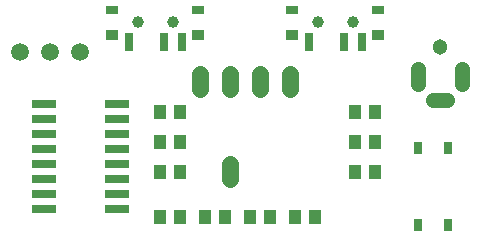
<source format=gbr>
G04 EAGLE Gerber RS-274X export*
G75*
%MOMM*%
%FSLAX34Y34*%
%LPD*%
%INSoldermask Bottom*%
%IPPOS*%
%AMOC8*
5,1,8,0,0,1.08239X$1,22.5*%
G01*
%ADD10R,2.133600X0.762000*%
%ADD11C,1.301600*%
%ADD12C,1.309600*%
%ADD13C,1.501600*%
%ADD14R,0.701600X1.101600*%
%ADD15R,1.101600X1.201600*%
%ADD16R,0.801600X1.601600*%
%ADD17R,1.101600X0.701600*%
%ADD18R,1.101600X0.901600*%
%ADD19C,1.001600*%
%ADD20C,1.422400*%


D10*
X589534Y412750D03*
X528066Y412750D03*
X589534Y400050D03*
X589534Y387350D03*
X528066Y400050D03*
X528066Y387350D03*
X589534Y374650D03*
X528066Y374650D03*
X589534Y361950D03*
X528066Y361950D03*
X589534Y349250D03*
X589534Y336550D03*
X528066Y349250D03*
X528066Y336550D03*
X589534Y323850D03*
X528066Y323850D03*
D11*
X863600Y461200D03*
D12*
X869640Y416200D02*
X857560Y416200D01*
X845100Y430160D02*
X845100Y442240D01*
X882100Y442240D02*
X882100Y430160D01*
D13*
X508000Y457200D03*
X533400Y457200D03*
X558800Y457200D03*
D14*
X869950Y310500D03*
X844550Y310500D03*
X844550Y375300D03*
X869950Y375300D03*
D15*
X643500Y317500D03*
X626500Y317500D03*
X740800Y317500D03*
X757800Y317500D03*
X719700Y317500D03*
X702700Y317500D03*
X808600Y355600D03*
X791600Y355600D03*
X643500Y406400D03*
X626500Y406400D03*
X643500Y381000D03*
X626500Y381000D03*
X643500Y355600D03*
X626500Y355600D03*
X808600Y406400D03*
X791600Y406400D03*
X808600Y381000D03*
X791600Y381000D03*
X681600Y317500D03*
X664600Y317500D03*
D16*
X797200Y465100D03*
X782200Y465100D03*
X752200Y465100D03*
D17*
X811200Y492600D03*
D18*
X811200Y471600D03*
D17*
X738200Y492600D03*
D18*
X738200Y471600D03*
D19*
X789700Y482600D03*
X759700Y482600D03*
D16*
X644800Y465100D03*
X629800Y465100D03*
X599800Y465100D03*
D17*
X658800Y492600D03*
D18*
X658800Y471600D03*
D17*
X585800Y492600D03*
D18*
X585800Y471600D03*
D19*
X637300Y482600D03*
X607300Y482600D03*
D20*
X660400Y438404D02*
X660400Y425196D01*
X685800Y425196D02*
X685800Y438404D01*
X711200Y438404D02*
X711200Y425196D01*
X736600Y425196D02*
X736600Y438404D01*
X685800Y362204D02*
X685800Y348996D01*
M02*

</source>
